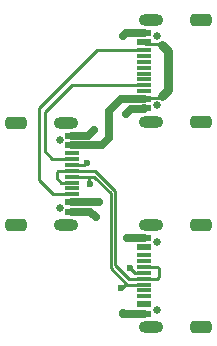
<source format=gtl>
G04*
G04 #@! TF.GenerationSoftware,Altium Limited,Altium Designer,25.6.2 (33)*
G04*
G04 Layer_Physical_Order=1*
G04 Layer_Color=255*
%FSLAX44Y44*%
%MOMM*%
G71*
G04*
G04 #@! TF.SameCoordinates,9BB86C1C-490A-4274-8EA7-9D778CBDAB0B*
G04*
G04*
G04 #@! TF.FilePolarity,Positive*
G04*
G01*
G75*
%ADD11C,0.2540*%
%ADD12R,1.1500X0.3000*%
%ADD13R,1.1500X0.6000*%
%ADD21C,0.6350*%
%ADD22C,0.7620*%
%ADD23C,0.6500*%
%ADD24O,2.1000X1.0000*%
G04:AMPARAMS|DCode=25|XSize=1.8mm|YSize=1mm|CornerRadius=0.25mm|HoleSize=0mm|Usage=FLASHONLY|Rotation=180.000|XOffset=0mm|YOffset=0mm|HoleType=Round|Shape=RoundedRectangle|*
%AMROUNDEDRECTD25*
21,1,1.8000,0.5000,0,0,180.0*
21,1,1.3000,1.0000,0,0,180.0*
1,1,0.5000,-0.6500,0.2500*
1,1,0.5000,0.6500,0.2500*
1,1,0.5000,0.6500,-0.2500*
1,1,0.5000,-0.6500,-0.2500*
%
%ADD25ROUNDEDRECTD25*%
%ADD26C,0.6000*%
%ADD27C,0.7000*%
D11*
X299720Y481330D02*
X348660Y530270D01*
X299720Y420370D02*
Y481330D01*
X348660Y530270D02*
X389220D01*
X304800Y444500D02*
Y477520D01*
X327550Y500270D01*
X389220D01*
X312160Y407930D02*
X328220D01*
X299720Y420370D02*
X312160Y407930D01*
X341630Y422700D02*
X342238Y422092D01*
Y417222D02*
Y422092D01*
Y417222D02*
X342900Y416560D01*
X339424Y434340D02*
X340360D01*
X338014Y432930D02*
X339424Y434340D01*
X328220Y432930D02*
X338014D01*
X360680Y345440D02*
X374550Y331570D01*
X341630Y422700D02*
X346920D01*
X373146Y331570D02*
X374550D01*
X370506Y328930D02*
X373146Y331570D01*
X369570Y328930D02*
X370506D01*
X377190Y345440D02*
X381060Y341570D01*
X389220D01*
X360680Y345440D02*
Y408940D01*
X328450Y422700D02*
X341630D01*
X328220Y427930D02*
X347078D01*
X364490Y347980D02*
Y410518D01*
X346920Y422700D02*
X360680Y408940D01*
X347078Y427930D02*
X364490Y410518D01*
Y347980D02*
X375900Y336570D01*
X328160Y427990D02*
X328220Y427930D01*
X404305Y534225D02*
Y534225D01*
X390950Y535040D02*
X403490D01*
X404305Y534225D01*
X389220Y488770D02*
X390110Y489660D01*
X402030D01*
X403860Y491490D01*
X389220Y536770D02*
X390950Y535040D01*
X304800Y444500D02*
X311370Y437930D01*
X328220D01*
X318670Y417930D02*
X328220D01*
X314960Y421640D02*
X318670Y417930D01*
X314960Y426502D02*
X316448Y427990D01*
X328160D01*
X314960Y421640D02*
Y426502D01*
X389220Y346570D02*
X389360Y346710D01*
X399832D01*
X401320Y345222D01*
Y338058D02*
Y345222D01*
X399832Y336570D02*
X401320Y338058D01*
X389220Y336570D02*
X399832D01*
X375900D02*
X389220D01*
X374550Y331570D02*
X389220D01*
X328220Y422930D02*
X328450Y422700D01*
D12*
X389220Y321570D02*
D03*
Y326570D02*
D03*
Y331570D02*
D03*
Y356570D02*
D03*
Y351570D02*
D03*
Y346570D02*
D03*
Y336570D02*
D03*
Y341570D02*
D03*
Y495270D02*
D03*
Y500270D02*
D03*
Y505270D02*
D03*
Y530270D02*
D03*
Y525270D02*
D03*
Y520270D02*
D03*
Y510270D02*
D03*
Y515270D02*
D03*
X328220Y442930D02*
D03*
Y437930D02*
D03*
Y432930D02*
D03*
Y407930D02*
D03*
Y412930D02*
D03*
Y417930D02*
D03*
Y427930D02*
D03*
Y422930D02*
D03*
D13*
X389220Y363070D02*
D03*
Y315070D02*
D03*
Y371070D02*
D03*
Y307070D02*
D03*
Y536770D02*
D03*
Y488770D02*
D03*
Y544770D02*
D03*
Y480770D02*
D03*
X328220Y401430D02*
D03*
Y449430D02*
D03*
Y393430D02*
D03*
Y457430D02*
D03*
D21*
X370840Y307340D02*
X371016D01*
X371286Y307070D01*
X389220D01*
X374650Y370840D02*
X374826D01*
X375056Y371070D01*
X389220D01*
X370840Y542290D02*
X371016D01*
X373496Y544770D01*
X389220D01*
X373380Y476250D02*
X373556D01*
X377901Y480595D01*
X389045D01*
X389220Y480770D01*
X341860Y457430D02*
X346710Y462280D01*
X328220Y457430D02*
X341860D01*
X343170Y393430D02*
X347980Y388620D01*
X328220Y393430D02*
X343170D01*
X328220Y401430D02*
X328275Y401375D01*
X350465D01*
X350520Y401320D01*
X359410Y455930D02*
Y478790D01*
X369390Y488770D01*
X389220D01*
X352910Y449430D02*
X359410Y455930D01*
X328220Y449430D02*
X352910D01*
D22*
X408940Y496570D02*
Y529590D01*
X404305Y534225D02*
X408940Y529590D01*
X403860Y491490D02*
X408940Y496570D01*
D23*
X399970Y310170D02*
D03*
Y367970D02*
D03*
Y483870D02*
D03*
Y541670D02*
D03*
X317470Y454330D02*
D03*
Y396530D02*
D03*
D24*
X394970Y382270D02*
D03*
Y295870D02*
D03*
Y555970D02*
D03*
Y469570D02*
D03*
X322470Y382230D02*
D03*
Y468630D02*
D03*
D25*
X436770Y382270D02*
D03*
Y295870D02*
D03*
Y555970D02*
D03*
Y469570D02*
D03*
X280670Y382230D02*
D03*
Y468630D02*
D03*
D26*
X342900Y416560D02*
D03*
X340360Y434340D02*
D03*
X369570Y328930D02*
D03*
X377190Y345440D02*
D03*
D27*
X370840Y307340D02*
D03*
X374650Y370840D02*
D03*
X370840Y542290D02*
D03*
X373380Y476250D02*
D03*
X346710Y462280D02*
D03*
X347980Y388620D02*
D03*
X350520Y401320D02*
D03*
X359410Y455930D02*
D03*
M02*

</source>
